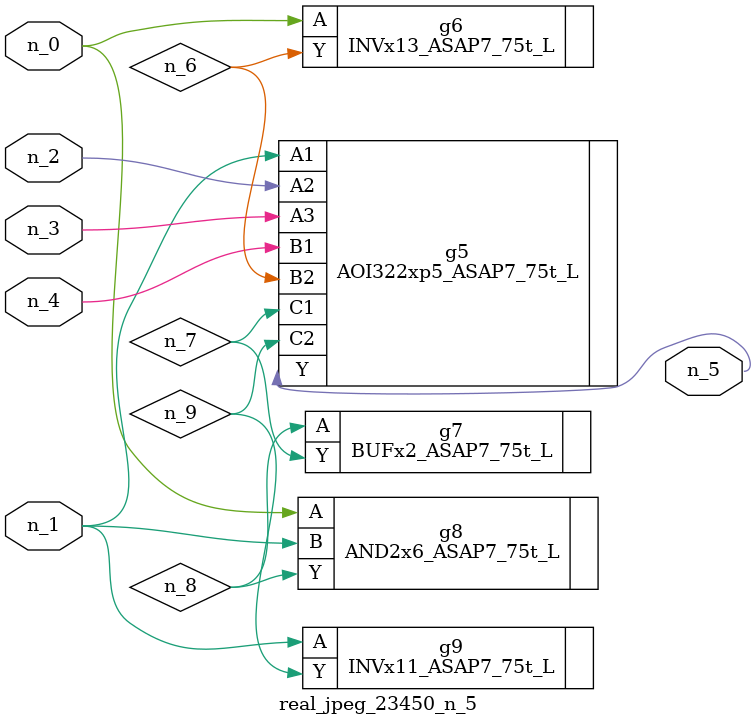
<source format=v>
module real_jpeg_23450_n_5 (n_4, n_0, n_1, n_2, n_3, n_5);

input n_4;
input n_0;
input n_1;
input n_2;
input n_3;

output n_5;

wire n_8;
wire n_6;
wire n_7;
wire n_9;

INVx13_ASAP7_75t_L g6 ( 
.A(n_0),
.Y(n_6)
);

AND2x6_ASAP7_75t_L g8 ( 
.A(n_0),
.B(n_1),
.Y(n_8)
);

AOI322xp5_ASAP7_75t_L g5 ( 
.A1(n_1),
.A2(n_2),
.A3(n_3),
.B1(n_4),
.B2(n_6),
.C1(n_7),
.C2(n_9),
.Y(n_5)
);

INVx11_ASAP7_75t_L g9 ( 
.A(n_1),
.Y(n_9)
);

BUFx2_ASAP7_75t_L g7 ( 
.A(n_8),
.Y(n_7)
);


endmodule
</source>
